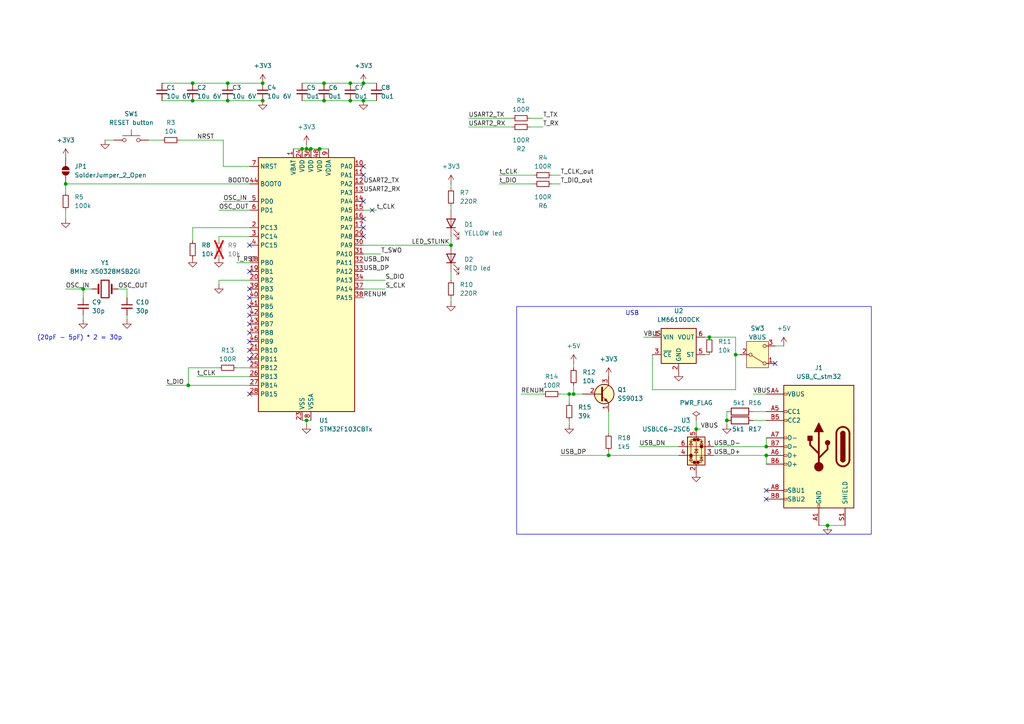
<source format=kicad_sch>
(kicad_sch (version 20231120) (generator "eeschema") (generator_version "8.0")
  (paper "A4")
  (lib_symbols
    (symbol "Connector:USB_C_Receptacle_USB2.0_16P" (pin_names (offset 1.016))
      (property "Reference" "J" (at 0 22.225 0))
      (property "Value" "USB_C_Receptacle_USB2.0_16P" (at 0 19.685 0))
      (symbol "USB_C_Receptacle_USB2.0_16P_0_0"
        (rectangle (start -0.254 -17.78) (end 0.254 -16.764))
        (rectangle (start 10.16 -14.986) (end 9.144 -15.494))
        (rectangle (start 10.16 -12.446) (end 9.144 -12.954))
        (rectangle (start 10.16 -4.826) (end 9.144 -5.334))
        (rectangle (start 10.16 -2.286) (end 9.144 -2.794))
        (rectangle (start 10.16 0.254) (end 9.144 -0.254))
        (rectangle (start 10.16 2.794) (end 9.144 2.286))
        (rectangle (start 10.16 7.874) (end 9.144 7.366))
        (rectangle (start 10.16 10.414) (end 9.144 9.906))
        (rectangle (start 10.16 15.494) (end 9.144 14.986))
      )
      (symbol "USB_C_Receptacle_USB2.0_16P_0_1"
        (rectangle (start -10.16 17.78) (end 10.16 -17.78) (stroke (width 0.254)) (fill (type background)))
        (arc (start -8.89 -3.81) (mid -6.985 -5.7067) (end -5.08 -3.81) (stroke (width 0.508)))
        (arc (start -7.62 -3.81) (mid -6.985 -4.4423) (end -6.35 -3.81) (stroke (width 0.254)))
        (arc (start -7.62 -3.81) (mid -6.985 -4.4423) (end -6.35 -3.81) (stroke (width 0.254)) (fill (type outline)))
        (rectangle (start -7.62 -3.81) (end -6.35 3.81) (stroke (width 0.254)) (fill (type outline)))
        (arc (start -6.35 3.81) (mid -6.985 4.4423) (end -7.62 3.81) (stroke (width 0.254)))
        (arc (start -6.35 3.81) (mid -6.985 4.4423) (end -7.62 3.81) (stroke (width 0.254)) (fill (type outline)))
        (arc (start -5.08 3.81) (mid -6.985 5.7067) (end -8.89 3.81) (stroke (width 0.508)))
        (circle (center -2.54 1.143) (radius 0.635) (stroke (width 0.254)) (fill (type outline)))
        (circle (center 0 -5.842) (radius 1.27) (fill (type outline)))
        (polyline (pts (xy -8.89 -3.81) (xy -8.89 3.81)) (stroke (width 0.508)))
        (polyline (pts (xy -5.08 3.81) (xy -5.08 -3.81)) (stroke (width 0.508)))
        (polyline (pts (xy 0 -5.842) (xy 0 4.318)) (stroke (width 0.508)))
        (polyline (pts (xy 0 -3.302) (xy -2.54 -0.762) (xy -2.54 0.508)) (stroke (width 0.508)))
        (polyline (pts (xy 0 -2.032) (xy 2.54 0.508) (xy 2.54 1.778)) (stroke (width 0.508)))
        (polyline (pts (xy -1.27 4.318) (xy 0 6.858) (xy 1.27 4.318) (xy -1.27 4.318)) (stroke (width 0.254)) (fill (type outline)))
        (rectangle (start 1.905 1.778) (end 3.175 3.048) (stroke (width 0.254)) (fill (type outline)))
      )
      (symbol "USB_C_Receptacle_USB2.0_16P_1_1"
        (pin passive line (at 0 -22.86 90) (length 5.08) (name "GND") (number "A1"))
        (pin passive line (at 0 -22.86 90) (length 5.08) hide (name "GND") (number "A12"))
        (pin passive line (at 15.24 15.24 180) (length 5.08) (name "VBUS") (number "A4"))
        (pin bidirectional line (at 15.24 10.16 180) (length 5.08) (name "CC1") (number "A5"))
        (pin bidirectional line (at 15.24 -2.54 180) (length 5.08) (name "D+") (number "A6"))
        (pin bidirectional line (at 15.24 2.54 180) (length 5.08) (name "D-") (number "A7"))
        (pin bidirectional line (at 15.24 -12.7 180) (length 5.08) (name "SBU1") (number "A8"))
        (pin passive line (at 15.24 15.24 180) (length 5.08) hide (name "VBUS") (number "A9"))
        (pin passive line (at 0 -22.86 90) (length 5.08) hide (name "GND") (number "B1"))
        (pin passive line (at 0 -22.86 90) (length 5.08) hide (name "GND") (number "B12"))
        (pin passive line (at 15.24 15.24 180) (length 5.08) hide (name "VBUS") (number "B4"))
        (pin bidirectional line (at 15.24 7.62 180) (length 5.08) (name "CC2") (number "B5"))
        (pin bidirectional line (at 15.24 -5.08 180) (length 5.08) (name "D+") (number "B6"))
        (pin bidirectional line (at 15.24 0 180) (length 5.08) (name "D-") (number "B7"))
        (pin bidirectional line (at 15.24 -15.24 180) (length 5.08) (name "SBU2") (number "B8"))
        (pin passive line (at 15.24 15.24 180) (length 5.08) hide (name "VBUS") (number "B9"))
        (pin passive line (at -7.62 -22.86 90) (length 5.08) (name "SHIELD") (number "S1"))
      )
    )
    (symbol "Device:C_Small" (pin_numbers hide) (pin_names (offset 0.254) hide)
      (property "Reference" "C" (at 0.254 1.778 0))
      (property "Value" "C_Small" (at 0.254 -2.032 0))
      (symbol "C_Small_0_1"
        (polyline (pts (xy -1.524 -0.508) (xy 1.524 -0.508)) (stroke (width 0.3302)))
        (polyline (pts (xy -1.524 0.508) (xy 1.524 0.508)) (stroke (width 0.3048)))
      )
      (symbol "C_Small_1_1"
        (pin passive line (at 0 2.54 270) (length 2.032) (name "~") (number "1"))
        (pin passive line (at 0 -2.54 90) (length 2.032) (name "~") (number "2"))
      )
    )
    (symbol "Device:Crystal" (pin_numbers hide) (pin_names (offset 1.016) hide)
      (property "Reference" "Y" (at 0 3.81 0))
      (property "Value" "Crystal" (at 0 -3.81 0))
      (symbol "Crystal_0_1"
        (rectangle (start -1.143 2.54) (end 1.143 -2.54) (stroke (width 0.3048)))
        (polyline (pts (xy -2.54 0) (xy -1.905 0)))
        (polyline (pts (xy -1.905 -1.27) (xy -1.905 1.27)) (stroke (width 0.508)))
        (polyline (pts (xy 1.905 -1.27) (xy 1.905 1.27)) (stroke (width 0.508)))
        (polyline (pts (xy 2.54 0) (xy 1.905 0)))
      )
      (symbol "Crystal_1_1"
        (pin passive line (at -3.81 0 0) (length 1.27) (name "1") (number "1"))
        (pin passive line (at 3.81 0 180) (length 1.27) (name "2") (number "2"))
      )
    )
    (symbol "Device:LED" (pin_numbers hide) (pin_names (offset 1.016) hide)
      (property "Reference" "D" (at 0 2.54 0))
      (property "Value" "LED" (at 0 -2.54 0))
      (symbol "LED_0_1"
        (polyline (pts (xy -1.27 -1.27) (xy -1.27 1.27)) (stroke (width 0.254)))
        (polyline (pts (xy -1.27 0) (xy 1.27 0)))
        (polyline (pts (xy 1.27 -1.27) (xy 1.27 1.27) (xy -1.27 0) (xy 1.27 -1.27)) (stroke (width 0.254)))
        (polyline (pts (xy -3.048 -0.762) (xy -4.572 -2.286) (xy -3.81 -2.286) (xy -4.572 -2.286) (xy -4.572 -1.524)))
        (polyline (pts (xy -1.778 -0.762) (xy -3.302 -2.286) (xy -2.54 -2.286) (xy -3.302 -2.286) (xy -3.302 -1.524)))
      )
      (symbol "LED_1_1"
        (pin passive line (at -3.81 0 0) (length 2.54) (name "K") (number "1"))
        (pin passive line (at 3.81 0 180) (length 2.54) (name "A") (number "2"))
      )
    )
    (symbol "Device:R" (pin_numbers hide) (pin_names (offset 0))
      (property "Reference" "R" (at 2.032 0 90))
      (property "Value" "R" (at 0 0 90))
      (symbol "R_0_1"
        (rectangle (start -1.016 -2.54) (end 1.016 2.54) (stroke (width 0.254)))
      )
      (symbol "R_1_1"
        (pin passive line (at 0 3.81 270) (length 1.27) (name "~") (number "1"))
        (pin passive line (at 0 -3.81 90) (length 1.27) (name "~") (number "2"))
      )
    )
    (symbol "Device:R_Small" (pin_numbers hide) (pin_names (offset 0.254) hide)
      (property "Reference" "R" (at 0.762 0.508 0))
      (property "Value" "R_Small" (at 0.762 -1.016 0))
      (symbol "R_Small_0_1"
        (rectangle (start -0.762 1.778) (end 0.762 -1.778) (stroke (width 0.2032)))
      )
      (symbol "R_Small_1_1"
        (pin passive line (at 0 2.54 270) (length 0.762) (name "~") (number "1"))
        (pin passive line (at 0 -2.54 90) (length 0.762) (name "~") (number "2"))
      )
    )
    (symbol "Jumper:SolderJumper_2_Open" (pin_numbers hide) (pin_names (offset 0) hide) (exclude_from_sim yes) (in_bom no)
      (property "Reference" "JP" (at 0 2.032 0))
      (property "Value" "SolderJumper_2_Open" (at 0 -2.54 0))
      (symbol "SolderJumper_2_Open_0_1"
        (arc (start -0.254 1.016) (mid -1.2656 0) (end -0.254 -1.016))
        (arc (start -0.254 1.016) (mid -1.2656 0) (end -0.254 -1.016) (fill (type outline)))
        (polyline (pts (xy -0.254 1.016) (xy -0.254 -1.016)))
        (polyline (pts (xy 0.254 1.016) (xy 0.254 -1.016)))
        (arc (start 0.254 -1.016) (mid 1.2656 0) (end 0.254 1.016))
        (arc (start 0.254 -1.016) (mid 1.2656 0) (end 0.254 1.016) (fill (type outline)))
      )
      (symbol "SolderJumper_2_Open_1_1"
        (pin passive line (at -3.81 0 0) (length 2.54) (name "A") (number "1"))
        (pin passive line (at 3.81 0 180) (length 2.54) (name "B") (number "2"))
      )
    )
    (symbol "MCU_ST_STM32F1:STM32F103CBTx"
      (property "Reference" "U" (at -12.7 39.37 0))
      (property "Value" "STM32F103CBTx" (at 10.16 39.37 0))
      (symbol "STM32F103CBTx_0_1"
        (rectangle (start -12.7 -35.56) (end 15.24 38.1) (stroke (width 0.254)) (fill (type background)))
      )
      (symbol "STM32F103CBTx_1_1"
        (pin power_in line (at -2.54 40.64 270) (length 2.54) (name "VBAT") (number "1"))
        (pin bidirectional line (at 17.78 35.56 180) (length 2.54) (name "PA0") (number "10"))
        (pin bidirectional line (at 17.78 33.02 180) (length 2.54) (name "PA1") (number "11"))
        (pin bidirectional line (at 17.78 30.48 180) (length 2.54) (name "PA2") (number "12"))
        (pin bidirectional line (at 17.78 27.94 180) (length 2.54) (name "PA3") (number "13"))
        (pin bidirectional line (at 17.78 25.4 180) (length 2.54) (name "PA4") (number "14"))
        (pin bidirectional line (at 17.78 22.86 180) (length 2.54) (name "PA5") (number "15"))
        (pin bidirectional line (at 17.78 20.32 180) (length 2.54) (name "PA6") (number "16"))
        (pin bidirectional line (at 17.78 17.78 180) (length 2.54) (name "PA7") (number "17"))
        (pin bidirectional line (at -15.24 7.62 0) (length 2.54) (name "PB0") (number "18"))
        (pin bidirectional line (at -15.24 5.08 0) (length 2.54) (name "PB1") (number "19"))
        (pin bidirectional line (at -15.24 17.78 0) (length 2.54) (name "PC13") (number "2"))
        (pin bidirectional line (at -15.24 2.54 0) (length 2.54) (name "PB2") (number "20"))
        (pin bidirectional line (at -15.24 -17.78 0) (length 2.54) (name "PB10") (number "21"))
        (pin bidirectional line (at -15.24 -20.32 0) (length 2.54) (name "PB11") (number "22"))
        (pin power_in line (at 0 -38.1 90) (length 2.54) (name "VSS") (number "23"))
        (pin power_in line (at 0 40.64 270) (length 2.54) (name "VDD") (number "24"))
        (pin bidirectional line (at -15.24 -22.86 0) (length 2.54) (name "PB12") (number "25"))
        (pin bidirectional line (at -15.24 -25.4 0) (length 2.54) (name "PB13") (number "26"))
        (pin bidirectional line (at -15.24 -27.94 0) (length 2.54) (name "PB14") (number "27"))
        (pin bidirectional line (at -15.24 -30.48 0) (length 2.54) (name "PB15") (number "28"))
        (pin bidirectional line (at 17.78 15.24 180) (length 2.54) (name "PA8") (number "29"))
        (pin bidirectional line (at -15.24 15.24 0) (length 2.54) (name "PC14") (number "3"))
        (pin bidirectional line (at 17.78 12.7 180) (length 2.54) (name "PA9") (number "30"))
        (pin bidirectional line (at 17.78 10.16 180) (length 2.54) (name "PA10") (number "31"))
        (pin bidirectional line (at 17.78 7.62 180) (length 2.54) (name "PA11") (number "32"))
        (pin bidirectional line (at 17.78 5.08 180) (length 2.54) (name "PA12") (number "33"))
        (pin bidirectional line (at 17.78 2.54 180) (length 2.54) (name "PA13") (number "34"))
        (pin passive line (at 0 -38.1 90) (length 2.54) hide (name "VSS") (number "35"))
        (pin power_in line (at 2.54 40.64 270) (length 2.54) (name "VDD") (number "36"))
        (pin bidirectional line (at 17.78 0 180) (length 2.54) (name "PA14") (number "37"))
        (pin bidirectional line (at 17.78 -2.54 180) (length 2.54) (name "PA15") (number "38"))
        (pin bidirectional line (at -15.24 0 0) (length 2.54) (name "PB3") (number "39"))
        (pin bidirectional line (at -15.24 12.7 0) (length 2.54) (name "PC15") (number "4"))
        (pin bidirectional line (at -15.24 -2.54 0) (length 2.54) (name "PB4") (number "40"))
        (pin bidirectional line (at -15.24 -5.08 0) (length 2.54) (name "PB5") (number "41"))
        (pin bidirectional line (at -15.24 -7.62 0) (length 2.54) (name "PB6") (number "42"))
        (pin bidirectional line (at -15.24 -10.16 0) (length 2.54) (name "PB7") (number "43"))
        (pin input line (at -15.24 30.48 0) (length 2.54) (name "BOOT0") (number "44"))
        (pin bidirectional line (at -15.24 -12.7 0) (length 2.54) (name "PB8") (number "45"))
        (pin bidirectional line (at -15.24 -15.24 0) (length 2.54) (name "PB9") (number "46"))
        (pin passive line (at 0 -38.1 90) (length 2.54) hide (name "VSS") (number "47"))
        (pin power_in line (at 5.08 40.64 270) (length 2.54) (name "VDD") (number "48"))
        (pin bidirectional line (at -15.24 25.4 0) (length 2.54) (name "PD0") (number "5"))
        (pin bidirectional line (at -15.24 22.86 0) (length 2.54) (name "PD1") (number "6"))
        (pin input line (at -15.24 35.56 0) (length 2.54) (name "NRST") (number "7"))
        (pin power_in line (at 2.54 -38.1 90) (length 2.54) (name "VSSA") (number "8"))
        (pin power_in line (at 7.62 40.64 270) (length 2.54) (name "VDDA") (number "9"))
      )
    )
    (symbol "PCM_Transistor_BJT_AKL:SS9013" (pin_names hide)
      (property "Reference" "Q" (at 5.08 1.27 0))
      (property "Value" "SS9013" (at 5.08 -1.27 0))
      (symbol "SS9013_0_1"
        (polyline (pts (xy 0.635 0.635) (xy 2.54 2.54)))
        (polyline (pts (xy 0.635 -0.635) (xy 2.54 -2.54) (xy 2.54 -2.54)))
        (polyline (pts (xy 0.635 1.905) (xy 0.635 -1.905) (xy 0.635 -1.905)) (stroke (width 0.508)))
        (polyline (pts (xy 1.27 -1.778) (xy 1.778 -1.27) (xy 2.286 -2.286) (xy 1.27 -1.778) (xy 1.27 -1.778)) (fill (type outline)))
        (circle (center 1.27 0) (radius 2.8194) (stroke (width 0.254)) (fill (type background)))
      )
      (symbol "SS9013_1_1"
        (pin passive line (at 2.54 -5.08 90) (length 2.54) (name "E") (number "1"))
        (pin passive line (at -5.08 0 0) (length 5.715) (name "B") (number "2"))
        (pin passive line (at 2.54 5.08 270) (length 2.54) (name "C") (number "3"))
      )
    )
    (symbol "Power_Management:LM66100DCK"
      (property "Reference" "U" (at -5.08 6.096 0))
      (property "Value" "LM66100DCK" (at 0.254 -6.35 0))
      (symbol "LM66100DCK_0_1"
        (rectangle (start -5.08 5.08) (end 5.08 -5.08) (stroke (width 0.254)) (fill (type background)))
      )
      (symbol "LM66100DCK_1_1"
        (pin power_in line (at -7.62 2.54 0) (length 2.54) (name "VIN") (number "1"))
        (pin power_in line (at 0 -7.62 90) (length 2.54) (name "GND") (number "2"))
        (pin input line (at -7.62 -2.54 0) (length 2.54) (name "~{CE}") (number "3"))
        (pin no_connect line (at 0 5.08 270) (length 2.54) hide (name "NC") (number "4"))
        (pin open_collector line (at 7.62 -2.54 180) (length 2.54) (name "ST") (number "5"))
        (pin power_out line (at 7.62 2.54 180) (length 2.54) (name "VOUT") (number "6"))
      )
    )
    (symbol "Power_Protection:USBLC6-2SC6" (pin_names hide)
      (property "Reference" "U" (at 0.635 5.715 0))
      (property "Value" "USBLC6-2SC6" (at 0.635 3.81 0))
      (symbol "USBLC6-2SC6_0_0"
        (circle (center -1.524 0) (radius 0.0001) (stroke (width 0.508)))
        (circle (center -0.508 -4.572) (radius 0.0001) (stroke (width 0.508)))
        (circle (center -0.508 2.032) (radius 0.0001) (stroke (width 0.508)))
        (circle (center 0.508 -4.572) (radius 0.0001) (stroke (width 0.508)))
        (circle (center 0.508 2.032) (radius 0.0001) (stroke (width 0.508)))
        (circle (center 1.524 -2.54) (radius 0.0001) (stroke (width 0.508)))
      )
      (symbol "USBLC6-2SC6_0_1"
        (polyline (pts (xy -2.54 -2.54) (xy 2.54 -2.54)))
        (polyline (pts (xy -2.54 0) (xy 2.54 0)))
        (polyline (pts (xy -2.032 -3.048) (xy -1.016 -3.048)))
        (polyline (pts (xy -1.016 1.524) (xy -2.032 1.524)))
        (polyline (pts (xy 1.016 -3.048) (xy 2.032 -3.048)))
        (polyline (pts (xy 1.016 1.524) (xy 2.032 1.524)))
        (polyline (pts (xy -0.508 -1.143) (xy -0.508 -0.762) (xy 0.508 -0.762)))
        (polyline (pts (xy -2.032 0.508) (xy -1.016 0.508) (xy -1.524 1.524) (xy -2.032 0.508)))
        (polyline (pts (xy -1.016 -4.064) (xy -2.032 -4.064) (xy -1.524 -3.048) (xy -1.016 -4.064)))
        (polyline (pts (xy 0.508 -1.778) (xy -0.508 -1.778) (xy 0 -0.762) (xy 0.508 -1.778)))
        (polyline (pts (xy 2.032 -4.064) (xy 1.016 -4.064) (xy 1.524 -3.048) (xy 2.032 -4.064)))
        (polyline (pts (xy 2.032 0.508) (xy 1.016 0.508) (xy 1.524 1.524) (xy 2.032 0.508)))
        (polyline (pts (xy 0 2.54) (xy -0.508 2.032) (xy 0.508 2.032) (xy 0 1.524) (xy 0 -4.064) (xy -0.508 -4.572) (xy 0.508 -4.572) (xy 0 -5.08)))
      )
      (symbol "USBLC6-2SC6_1_1"
        (rectangle (start -2.54 2.794) (end 2.54 -5.334) (stroke (width 0.254)) (fill (type background)))
        (polyline (pts (xy -0.508 2.032) (xy -1.524 2.032) (xy -1.524 -4.572) (xy -0.508 -4.572)))
        (polyline (pts (xy 0.508 -4.572) (xy 1.524 -4.572) (xy 1.524 2.032) (xy 0.508 2.032)))
        (pin passive line (at -5.08 0 0) (length 2.54) (name "I/O1") (number "1"))
        (pin passive line (at 0 -7.62 90) (length 2.54) (name "GND") (number "2"))
        (pin passive line (at -5.08 -2.54 0) (length 2.54) (name "I/O2") (number "3"))
        (pin passive line (at 5.08 -2.54 180) (length 2.54) (name "I/O2") (number "4"))
        (pin passive line (at 0 5.08 270) (length 2.54) (name "VBUS") (number "5"))
        (pin passive line (at 5.08 0 180) (length 2.54) (name "I/O1") (number "6"))
      )
    )
    (symbol "Switch:SW_Push" (pin_numbers hide) (pin_names (offset 1.016) hide)
      (property "Reference" "SW" (at 1.27 2.54 0))
      (property "Value" "SW_Push" (at 0 -1.524 0))
      (symbol "SW_Push_0_1"
        (circle (center -2.032 0) (radius 0.508))
        (polyline (pts (xy 0 1.27) (xy 0 3.048)))
        (polyline (pts (xy 2.54 1.27) (xy -2.54 1.27)))
        (circle (center 2.032 0) (radius 0.508))
        (pin passive line (at -5.08 0 0) (length 2.54) (name "1") (number "1"))
        (pin passive line (at 5.08 0 180) (length 2.54) (name "2") (number "2"))
      )
    )
    (symbol "Switch:SW_SPDT" (pin_names (offset 0) hide)
      (property "Reference" "SW" (at 0 5.08 0))
      (property "Value" "SW_SPDT" (at 0 -5.08 0))
      (symbol "SW_SPDT_0_1"
        (circle (center -2.032 0) (radius 0.4572))
        (polyline (pts (xy -1.651 0.254) (xy 1.651 2.286)))
        (circle (center 2.032 -2.54) (radius 0.4572))
        (circle (center 2.032 2.54) (radius 0.4572))
      )
      (symbol "SW_SPDT_1_1"
        (rectangle (start -3.175 3.81) (end 3.175 -3.81) (fill (type background)))
        (pin passive line (at 5.08 2.54 180) (length 2.54) (name "A") (number "1"))
        (pin passive line (at -5.08 0 0) (length 2.54) (name "B") (number "2"))
        (pin passive line (at 5.08 -2.54 180) (length 2.54) (name "C") (number "3"))
      )
    )
    (symbol "power:+3V3" (power) (pin_numbers hide) (pin_names (offset 0) hide)
      (property "Value" "+3V3" (at 0 3.556 0))
      (symbol "+3V3_0_1"
        (polyline (pts (xy -0.762 1.27) (xy 0 2.54)))
        (polyline (pts (xy 0 0) (xy 0 2.54)))
        (polyline (pts (xy 0 2.54) (xy 0.762 1.27)))
      )
      (symbol "+3V3_1_1"
        (pin power_in line (at 0 0 90) (length 0) (name "~") (number "1"))
      )
    )
    (symbol "power:+5V" (power) (pin_numbers hide) (pin_names (offset 0) hide)
      (property "Value" "+5V" (at 0 3.556 0))
      (symbol "+5V_0_1"
        (polyline (pts (xy -0.762 1.27) (xy 0 2.54)))
        (polyline (pts (xy 0 0) (xy 0 2.54)))
        (polyline (pts (xy 0 2.54) (xy 0.762 1.27)))
      )
      (symbol "+5V_1_1"
        (pin power_in line (at 0 0 90) (length 0) (name "~") (number "1"))
      )
    )
    (symbol "power:GND" (power) (pin_numbers hide) (pin_names (offset 0) hide)
      (property "Value" "GND" (at 0 -3.81 0))
      (symbol "GND_0_1"
        (polyline (pts (xy 0 0) (xy 0 -1.27) (xy 1.27 -1.27) (xy 0 -2.54) (xy -1.27 -1.27) (xy 0 -1.27)))
      )
      (symbol "GND_1_1"
        (pin power_in line (at 0 0 270) (length 0) (name "~") (number "1"))
      )
    )
    (symbol "power:PWR_FLAG" (power) (pin_numbers hide) (pin_names (offset 0) hide)
      (property "Value" "PWR_FLAG" (at 0 3.81 0))
      (symbol "PWR_FLAG_0_0"
        (pin power_out line (at 0 0 90) (length 0) (name "~") (number "1"))
      )
      (symbol "PWR_FLAG_0_1"
        (polyline (pts (xy 0 0) (xy 0 1.27) (xy -1.016 1.905) (xy 0 2.54) (xy 1.016 1.905) (xy 0 1.27)))
      )
    )
  )
  (junction (at 93.98 24.13))
  (junction (at 240.03 152.4))
  (junction (at 87.63 43.18))
  (junction (at 222.25 129.54))
  (junction (at 105.41 24.13))
  (junction (at 93.98 29.21))
  (junction (at 19.05 53.34))
  (junction (at 165.1 114.3))
  (junction (at 166.37 114.3))
  (junction (at 24.13 83.82))
  (junction (at 92.71 43.18))
  (junction (at 88.9 121.92))
  (junction (at 88.9 43.18))
  (junction (at 66.04 29.21))
  (junction (at 76.2 24.13))
  (junction (at 54.61 111.76))
  (junction (at 55.88 29.21))
  (junction (at 201.93 124.46))
  (junction (at 66.04 24.13))
  (junction (at 130.81 71.12))
  (junction (at 176.53 132.08))
  (junction (at 55.88 24.13))
  (junction (at 105.41 29.21))
  (junction (at 101.6 24.13))
  (junction (at 76.2 29.21))
  (junction (at 101.6 29.21))
  (junction (at 213.36 102.87))
  (junction (at 90.17 43.18))
  (junction (at 210.82 121.92))
  (junction (at 222.25 132.08))
  (junction (at 205.74 97.79))
  (no_connect (at 72.39 104.14))
  (no_connect (at 72.39 86.36))
  (no_connect (at 72.39 93.98))
  (no_connect (at 72.39 71.12))
  (no_connect (at 72.39 78.74))
  (no_connect (at 105.41 48.26))
  (no_connect (at 72.39 114.3))
  (no_connect (at 105.41 58.42))
  (no_connect (at 224.79 105.41))
  (no_connect (at 222.25 144.78))
  (no_connect (at 72.39 99.06))
  (no_connect (at 105.41 63.5))
  (no_connect (at 72.39 91.44))
  (no_connect (at 72.39 83.82))
  (no_connect (at 105.41 50.8))
  (no_connect (at 72.39 96.52))
  (no_connect (at 222.25 142.24))
  (no_connect (at 107.95 60.96))
  (no_connect (at 105.41 66.04))
  (no_connect (at 105.41 68.58))
  (no_connect (at 72.39 88.9))
  (no_connect (at 72.39 101.6))
  (wire (pts (xy 130.81 81.28) (xy 130.81 78.74)))
  (wire (pts (xy 130.81 87.63) (xy 130.81 86.36)))
  (wire (pts (xy 88.9 41.91) (xy 88.9 43.18)))
  (wire (pts (xy 88.9 43.18) (xy 87.63 43.18)))
  (wire (pts (xy 130.81 71.12) (xy 130.81 68.58)))
  (wire (pts (xy 162.56 132.08) (xy 176.53 132.08)))
  (wire (pts (xy 92.71 43.18) (xy 95.25 43.18)))
  (wire (pts (xy 109.22 60.96) (xy 105.41 60.96)))
  (wire (pts (xy 46.99 29.21) (xy 55.88 29.21)))
  (wire (pts (xy 88.9 121.92) (xy 87.63 121.92)))
  (wire (pts (xy 48.26 111.76) (xy 54.61 111.76)))
  (wire (pts (xy 63.5 106.68) (xy 54.61 106.68)))
  (wire (pts (xy 213.36 102.87) (xy 213.36 97.79)))
  (wire (pts (xy 166.37 111.76) (xy 166.37 114.3)))
  (wire (pts (xy 90.17 43.18) (xy 92.71 43.18)))
  (wire (pts (xy 19.05 55.88) (xy 19.05 53.34)))
  (wire (pts (xy 55.88 29.21) (xy 66.04 29.21)))
  (wire (pts (xy 64.77 48.26) (xy 72.39 48.26)))
  (wire (pts (xy 54.61 106.68) (xy 54.61 111.76)))
  (wire (pts (xy 189.23 102.87) (xy 189.23 113.03)))
  (wire (pts (xy 24.13 83.82) (xy 26.67 83.82)))
  (wire (pts (xy 88.9 43.18) (xy 90.17 43.18)))
  (wire (pts (xy 68.58 76.2) (xy 72.39 76.2)))
  (wire (pts (xy 105.41 71.12) (xy 130.81 71.12)))
  (wire (pts (xy 166.37 105.41) (xy 166.37 106.68)))
  (wire (pts (xy 66.04 24.13) (xy 76.2 24.13)))
  (wire (pts (xy 176.53 132.08) (xy 196.85 132.08)))
  (wire (pts (xy 55.88 69.85) (xy 55.88 66.04)))
  (wire (pts (xy 87.63 43.18) (xy 85.09 43.18)))
  (wire (pts (xy 218.44 121.92) (xy 222.25 121.92)))
  (wire (pts (xy 111.76 83.82) (xy 105.41 83.82)))
  (wire (pts (xy 222.25 127) (xy 222.25 129.54)))
  (wire (pts (xy 57.15 109.22) (xy 72.39 109.22)))
  (wire (pts (xy 24.13 91.44) (xy 24.13 92.71)))
  (wire (pts (xy 34.29 83.82) (xy 36.83 83.82)))
  (wire (pts (xy 130.81 59.69) (xy 130.81 60.96)))
  (wire (pts (xy 166.37 114.3) (xy 168.91 114.3)))
  (wire (pts (xy 101.6 24.13) (xy 105.41 24.13)))
  (wire (pts (xy 153.67 34.29) (xy 157.48 34.29)))
  (wire (pts (xy 19.05 83.82) (xy 24.13 83.82)))
  (wire (pts (xy 240.03 152.4) (xy 245.11 152.4)))
  (wire (pts (xy 151.13 114.3) (xy 157.48 114.3)))
  (wire (pts (xy 160.02 53.34) (xy 162.56 53.34)))
  (wire (pts (xy 87.63 24.13) (xy 93.98 24.13)))
  (wire (pts (xy 160.02 50.8) (xy 162.56 50.8)))
  (wire (pts (xy 111.76 81.28) (xy 105.41 81.28)))
  (wire (pts (xy 64.77 40.64) (xy 52.07 40.64)))
  (wire (pts (xy 105.41 24.13) (xy 109.22 24.13)))
  (wire (pts (xy 24.13 83.82) (xy 24.13 86.36)))
  (wire (pts (xy 218.44 119.38) (xy 222.25 119.38)))
  (wire (pts (xy 213.36 113.03) (xy 213.36 102.87)))
  (wire (pts (xy 218.44 114.3) (xy 222.25 114.3)))
  (wire (pts (xy 135.89 34.29) (xy 148.59 34.29)))
  (wire (pts (xy 165.1 114.3) (xy 166.37 114.3)))
  (wire (pts (xy 46.99 24.13) (xy 55.88 24.13)))
  (wire (pts (xy 214.63 102.87) (xy 213.36 102.87)))
  (wire (pts (xy 153.67 36.83) (xy 157.48 36.83)))
  (wire (pts (xy 36.83 86.36) (xy 36.83 83.82)))
  (wire (pts (xy 101.6 29.21) (xy 105.41 29.21)))
  (wire (pts (xy 46.99 40.64) (xy 43.18 40.64)))
  (wire (pts (xy 210.82 119.38) (xy 210.82 121.92)))
  (wire (pts (xy 64.77 48.26) (xy 64.77 40.64)))
  (wire (pts (xy 135.89 36.83) (xy 148.59 36.83)))
  (wire (pts (xy 55.88 24.13) (xy 66.04 24.13)))
  (wire (pts (xy 105.41 29.21) (xy 109.22 29.21)))
  (wire (pts (xy 63.5 68.58) (xy 63.5 69.85)))
  (wire (pts (xy 207.01 132.08) (xy 222.25 132.08)))
  (wire (pts (xy 63.5 60.96) (xy 72.39 60.96)))
  (wire (pts (xy 93.98 29.21) (xy 101.6 29.21)))
  (wire (pts (xy 186.69 97.79) (xy 189.23 97.79)))
  (wire (pts (xy 207.01 129.54) (xy 222.25 129.54)))
  (wire (pts (xy 63.5 81.28) (xy 63.5 82.55)))
  (wire (pts (xy 176.53 125.73) (xy 176.53 119.38)))
  (wire (pts (xy 87.63 29.21) (xy 93.98 29.21)))
  (wire (pts (xy 162.56 114.3) (xy 165.1 114.3)))
  (wire (pts (xy 88.9 121.92) (xy 90.17 121.92)))
  (wire (pts (xy 205.74 97.79) (xy 213.36 97.79)))
  (wire (pts (xy 240.03 152.4) (xy 237.49 152.4)))
  (wire (pts (xy 54.61 111.76) (xy 72.39 111.76)))
  (wire (pts (xy 165.1 123.19) (xy 165.1 121.92)))
  (wire (pts (xy 72.39 68.58) (xy 63.5 68.58)))
  (wire (pts (xy 19.05 53.34) (xy 72.39 53.34)))
  (wire (pts (xy 185.42 129.54) (xy 196.85 129.54)))
  (wire (pts (xy 19.05 63.5) (xy 19.05 60.96)))
  (wire (pts (xy 93.98 24.13) (xy 101.6 24.13)))
  (wire (pts (xy 36.83 91.44) (xy 36.83 92.71)))
  (wire (pts (xy 154.94 53.34) (xy 144.78 53.34)))
  (wire (pts (xy 55.88 66.04) (xy 72.39 66.04)))
  (wire (pts (xy 105.41 73.66) (xy 110.49 73.66)))
  (wire (pts (xy 88.9 121.92) (xy 88.9 123.19)))
  (wire (pts (xy 204.47 97.79) (xy 205.74 97.79)))
  (wire (pts (xy 189.23 113.03) (xy 213.36 113.03)))
  (wire (pts (xy 68.58 106.68) (xy 72.39 106.68)))
  (wire (pts (xy 72.39 81.28) (xy 63.5 81.28)))
  (wire (pts (xy 201.93 121.92) (xy 201.93 124.46)))
  (wire (pts (xy 204.47 102.87) (xy 205.74 102.87)))
  (wire (pts (xy 144.78 50.8) (xy 154.94 50.8)))
  (wire (pts (xy 64.77 58.42) (xy 72.39 58.42)))
  (wire (pts (xy 130.81 54.61) (xy 130.81 53.34)))
  (wire (pts (xy 176.53 130.81) (xy 176.53 132.08)))
  (wire (pts (xy 227.33 100.33) (xy 224.79 100.33)))
  (wire (pts (xy 165.1 116.84) (xy 165.1 114.3)))
  (wire (pts (xy 201.93 124.46) (xy 203.2 124.46)))
  (wire (pts (xy 66.04 29.21) (xy 76.2 29.21)))
  (wire (pts (xy 30.48 40.64) (xy 33.02 40.64)))
  (wire (pts (xy 210.82 121.92) (xy 210.82 123.19)))
  (wire (pts (xy 222.25 132.08) (xy 222.25 134.62)))
  (rectangle (start 149.86 88.9) (end 252.73 154.94))
  (text "(20pF - 5pF) * 2 = 30p" (at 23.114 98.044 0) (effects (font (size 1.27 1.27))))
  (text "USB" (at 181.356 91.694 0) (effects (font (size 1.27 1.27)) (justify left bottom)))
  (label "BOOT0" (at 66.04 53.34 0))
  (label "t_CLK" (at 57.15 109.22 0))
  (label "T_RST" (at 68.58 76.2 0))
  (label "S_DIO" (at 111.76 81.28 0))
  (label "OSC_IN" (at 64.77 58.42 0))
  (label "T_SWO" (at 110.49 73.66 0))
  (label "t_CLK" (at 144.78 50.8 0))
  (label "T_CLK_out" (at 162.56 50.8 0))
  (label "VBUS" (at 218.44 114.3 0))
  (label "USB_DP" (at 105.41 78.74 0))
  (label "t_CLK" (at 109.22 60.96 0))
  (label "USART2_TX" (at 135.89 34.29 0))
  (label "OSC_IN" (at 19.05 83.82 0))
  (label "USART2_RX" (at 105.41 55.88 0))
  (label "OSC_OUT" (at 34.29 83.82 0))
  (label "USART2_RX" (at 135.89 36.83 0))
  (label "USB_D-" (at 207.01 129.54 0))
  (label "USB_DN" (at 105.41 76.2 0))
  (label "t_DIO" (at 48.26 111.76 0))
  (label "USB_D+" (at 207.01 132.08 0))
  (label "T_DIO_out" (at 162.56 53.34 0))
  (label "VBUS" (at 186.69 97.79 0))
  (label "T_TX" (at 157.48 34.29 0))
  (label "RENUM" (at 105.41 86.36 0))
  (label "t_DIO" (at 144.78 53.34 0))
  (label "USB_DP" (at 162.56 132.08 0))
  (label "RENUM" (at 151.13 114.3 0))
  (label "NRST" (at 57.15 40.64 0))
  (label "T_RX" (at 157.48 36.83 0))
  (label "VBUS" (at 203.2 124.46 0))
  (label "OSC_OUT" (at 63.5 60.96 0))
  (label "LED_STLINK" (at 119.38 71.12 0))
  (label "S_CLK" (at 111.76 83.82 0))
  (label "USART2_TX" (at 105.41 53.34 0))
  (label "USB_DN" (at 185.42 129.54 0))
  (symbol (lib_id "Device:R_Small") (at 176.53 128.27 0) (unit 1)
    (property "Reference" "R18" (at 179.07 127 0) (effects (justify left)))
    (property "Value" "1k5" (at 179.07 129.54 0) (effects (justify left)))
    (property "Footprint" "Resistor_SMD:R_0402_1005Metric" (effects (hide yes)))
    (property "Description" "Resistor, small symbol" (effects (hide yes)))
  )
  (symbol (lib_id "power:GND") (at 196.85 107.95 0) (unit 1)
    (property "Reference" "#PWR019" (effects (hide yes)))
    (property "Value" "GND" (effects (hide yes)))
    (property "Description" "Power symbol creates a global label with name \"GND\" , ground" (effects (hide yes)))
  )
  (symbol (lib_id "Jumper:SolderJumper_2_Open") (at 19.05 49.53 90) (unit 1) (exclude_from_sim yes) (in_bom no)
    (property "Reference" "JP1" (at 21.59 48.26 90) (effects (justify right)))
    (property "Value" "SolderJumper_2_Open" (at 21.59 50.8 90) (effects (justify right)))
    (property "Description" "Solder Jumper, 2-pole, open" (effects (hide yes)))
  )
  (symbol (lib_id "Power_Protection:USBLC6-2SC6") (at 201.93 129.54 0) (mirror y) (unit 1)
    (property "Reference" "U3" (at 200.2789 121.92 0) (effects (justify left)))
    (property "Value" "USBLC6-2SC6" (at 200.2789 124.46 0) (effects (justify left)))
    (property "Footprint" "Package_TO_SOT_SMD:SOT-23-6" (effects (hide yes)))
    (property "Datasheet" "https://www.st.com/resource/en/datasheet/usblc6-2.pdf" (effects (hide yes)))
    (property "Description" "Very low capacitance ESD protection diode, 2 data-line, SOT-23-6" (effects (hide yes)))
  )
  (symbol (lib_id "power:+3V3") (at 176.53 109.22 0) (unit 1)
    (property "Reference" "#PWR020" (effects (hide yes)))
    (property "Value" "+3V3" (at 176.53 104.14 0))
    (property "Description" "Power symbol creates a global label with name \"+3V3\"" (effects (hide yes)))
  )
  (symbol (lib_id "Device:R_Small") (at 160.02 114.3 90) (unit 1)
    (property "Reference" "R14" (at 160.02 109.22 90))
    (property "Value" "100R" (at 160.02 111.76 90))
    (property "Footprint" "Resistor_SMD:R_0402_1005Metric" (effects (hide yes)))
    (property "Description" "Resistor, small symbol" (effects (hide yes)))
  )
  (symbol (lib_id "Device:R_Small") (at 157.48 50.8 90) (unit 1)
    (property "Reference" "R4" (at 157.48 45.72 90))
    (property "Value" "100R" (at 157.48 48.26 90))
    (property "Footprint" "Resistor_SMD:R_0402_1005Metric" (effects (hide yes)))
    (property "Description" "Resistor, small symbol" (effects (hide yes)))
  )
  (symbol (lib_id "power:GND") (at 63.5 74.93 0) (unit 1)
    (property "Reference" "#PWR012" (effects (hide yes)))
    (property "Value" "GND" (effects (hide yes)))
    (property "Description" "Power symbol creates a global label with name \"GND\" , ground" (effects (hide yes)))
  )
  (symbol (lib_id "power:PWR_FLAG") (at 201.93 121.92 0) (unit 1)
    (property "Reference" "#FLG01" (effects (hide yes)))
    (property "Value" "PWR_FLAG" (at 201.93 116.84 0))
    (property "Description" "Special symbol for telling ERC where power comes from" (effects (hide yes)))
  )
  (symbol (lib_id "Device:LED") (at 130.81 74.93 90) (unit 1)
    (property "Reference" "D2" (at 134.62 75.2474 90) (effects (justify right)))
    (property "Value" "RED led" (at 134.62 77.7874 90) (effects (justify right)))
    (property "Footprint" "LED_SMD:LED_0603_1608Metric" (effects (hide yes)))
    (property "Description" "Light emitting diode" (effects (hide yes)))
  )
  (symbol (lib_id "Device:R_Small") (at 19.05 58.42 0) (unit 1)
    (property "Reference" "R5" (at 21.59 57.15 0) (effects (justify left)))
    (property "Value" "100k" (at 21.59 59.69 0) (effects (justify left)))
    (property "Footprint" "Resistor_SMD:R_0402_1005Metric" (effects (hide yes)))
    (property "Description" "Resistor, small symbol" (effects (hide yes)))
  )
  (symbol (lib_id "Device:C_Small") (at 76.2 26.67 0) (unit 1)
    (property "Reference" "C4" (at 77.47 25.4 0) (effects (justify left)))
    (property "Value" "10u 6V" (at 77.47 27.94 0) (effects (justify left)))
    (property "Footprint" "Capacitor_SMD:C_0402_1005Metric" (effects (hide yes)))
    (property "Description" "Unpolarized capacitor, small symbol" (effects (hide yes)))
  )
  (symbol (lib_id "Power_Management:LM66100DCK") (at 196.85 100.33 0) (unit 1)
    (property "Reference" "U2" (at 196.85 90.17 0))
    (property "Value" "LM66100DCK" (at 196.85 92.71 0))
    (property "Footprint" "Package_TO_SOT_SMD:SOT-363_SC-70-6" (effects (hide yes)))
    (property "Datasheet" "https://www.ti.com/lit/ds/symlink/lm66100.pdf" (effects (hide yes)))
    (property "Description" "Ideal Diode With Input Polarity Protection 1.5 - 5.5V  Input Voltage, 1.5A Output Current, Ron 141 mOhm, SC-70-6" (effects (hide yes)))
  )
  (symbol (lib_id "Device:R_Small") (at 157.48 53.34 90) (mirror x) (unit 1)
    (property "Reference" "R6" (at 157.48 59.69 90))
    (property "Value" "100R" (at 157.48 57.15 90))
    (property "Footprint" "Resistor_SMD:R_0402_1005Metric" (effects (hide yes)))
    (property "Description" "Resistor, small symbol" (effects (hide yes)))
  )
  (symbol (lib_id "power:+3V3") (at 105.41 24.13 0) (unit 1)
    (property "Reference" "#PWR02" (effects (hide yes)))
    (property "Value" "+3V3" (at 105.41 19.05 0))
    (property "Description" "Power symbol creates a global label with name \"+3V3\"" (effects (hide yes)))
  )
  (symbol (lib_id "Device:R") (at 214.63 121.92 90) (mirror x) (unit 1)
    (property "Reference" "R17" (at 218.948 124.46 90))
    (property "Value" "5k1" (at 214.122 124.46 90))
    (property "Footprint" "Resistor_SMD:R_0402_1005Metric" (effects (hide yes)))
    (property "Description" "Resistor" (effects (hide yes)))
  )
  (symbol (lib_id "power:+3V3") (at 76.2 24.13 0) (unit 1)
    (property "Reference" "#PWR01" (effects (hide yes)))
    (property "Value" "+3V3" (at 76.2 19.05 0))
    (property "Description" "Power symbol creates a global label with name \"+3V3\"" (effects (hide yes)))
  )
  (symbol (lib_id "Device:C_Small") (at 36.83 88.9 0) (unit 1)
    (property "Reference" "C10" (at 39.37 87.6362 0) (effects (justify left)))
    (property "Value" "30p" (at 39.37 90.1762 0) (effects (justify left)))
    (property "Footprint" "Capacitor_SMD:C_0402_1005Metric" (effects (hide yes)))
    (property "Description" "Unpolarized capacitor, small symbol" (effects (hide yes)))
  )
  (symbol (lib_id "Device:C_Small") (at 109.22 26.67 0) (unit 1)
    (property "Reference" "C8" (at 110.49 25.4 0) (effects (justify left)))
    (property "Value" "0u1" (at 110.49 27.94 0) (effects (justify left)))
    (property "Footprint" "Capacitor_SMD:C_0402_1005Metric" (effects (hide yes)))
    (property "Description" "Unpolarized capacitor, small symbol" (effects (hide yes)))
  )
  (symbol (lib_id "Device:R_Small") (at 63.5 72.39 0) (unit 1) (dnp yes)
    (property "Reference" "R9" (at 66.04 71.12 0) (effects (justify left)))
    (property "Value" "10k" (at 66.04 73.66 0) (effects (justify left)))
    (property "Footprint" "Resistor_SMD:R_0402_1005Metric" (effects (hide yes)))
    (property "Description" "Resistor, small symbol" (effects (hide yes)))
  )
  (symbol (lib_id "Device:C_Small") (at 66.04 26.67 0) (unit 1)
    (property "Reference" "C3" (at 67.31 25.4 0) (effects (justify left)))
    (property "Value" "10u 6V" (at 67.31 27.94 0) (effects (justify left)))
    (property "Footprint" "Capacitor_SMD:C_0402_1005Metric" (effects (hide yes)))
    (property "Description" "Unpolarized capacitor, small symbol" (effects (hide yes)))
  )
  (symbol (lib_id "power:GND") (at 210.82 123.19 0) (unit 1)
    (property "Reference" "#PWR022" (effects (hide yes)))
    (property "Value" "GND" (effects (hide yes)))
    (property "Description" "Power symbol creates a global label with name \"GND\" , ground" (effects (hide yes)))
  )
  (symbol (lib_id "Device:R") (at 214.63 119.38 90) (unit 1)
    (property "Reference" "R16" (at 218.948 116.84 90))
    (property "Value" "5k1" (at 214.376 116.84 90))
    (property "Footprint" "Resistor_SMD:R_0402_1005Metric" (effects (hide yes)))
    (property "Description" "Resistor" (effects (hide yes)))
  )
  (symbol (lib_id "Switch:SW_SPDT") (at 219.71 102.87 0) (mirror x) (unit 1)
    (property "Reference" "SW3" (at 219.71 95.25 0))
    (property "Value" "VBUS" (at 219.71 97.79 0))
    (property "Footprint" "Connector_PinHeader_2.54mm:PinHeader_1x03_P2.54mm_Vertical" (effects (hide yes)))
    (property "Description" "Switch, single pole double throw" (effects (hide yes)))
  )
  (symbol (lib_id "Device:C_Small") (at 46.99 26.67 0) (unit 1)
    (property "Reference" "C1" (at 48.26 25.4 0) (effects (justify left)))
    (property "Value" "10u 6V" (at 48.26 27.94 0) (effects (justify left)))
    (property "Footprint" "Capacitor_SMD:C_0402_1005Metric" (effects (hide yes)))
    (property "Description" "Unpolarized capacitor, small symbol" (effects (hide yes)))
  )
  (symbol (lib_id "power:+3V3") (at 88.9 41.91 0) (unit 1)
    (property "Reference" "#PWR06" (effects (hide yes)))
    (property "Value" "+3V3" (at 88.9 36.83 0))
    (property "Description" "Power symbol creates a global label with name \"+3V3\"" (effects (hide yes)))
  )
  (symbol (lib_id "PCM_Transistor_BJT_AKL:SS9013") (at 173.99 114.3 0) (unit 1)
    (property "Reference" "Q1" (at 179.07 113.0299 0) (effects (justify left)))
    (property "Value" "SS9013" (at 179.07 115.5699 0) (effects (justify left)))
    (property "Footprint" "Package_TO_SOT_SMD:SOT-23" (effects (hide yes)))
    (property "Datasheet" "http://web.nuu.edu.tw/~marilyn/meilingweb/electronique%20TP/C9013.pdf" (effects (hide yes)))
    (property "Description" "NPN TO-92 transistor, 20V, 500mA, 625mW, Complementary to SS9012, Alternate KiCAD Library" (effects (hide yes)))
  )
  (symbol (lib_id "power:GND") (at 76.2 29.21 0) (unit 1)
    (property "Reference" "#PWR03" (effects (hide yes)))
    (property "Value" "GND" (effects (hide yes)))
    (property "Description" "Power symbol creates a global label with name \"GND\" , ground" (effects (hide yes)))
  )
  (symbol (lib_id "Device:R_Small") (at 49.53 40.64 90) (unit 1)
    (property "Reference" "R3" (at 49.53 35.56 90))
    (property "Value" "10k" (at 49.53 38.1 90))
    (property "Footprint" "Resistor_SMD:R_0402_1005Metric" (effects (hide yes)))
    (property "Description" "Resistor, small symbol" (effects (hide yes)))
  )
  (symbol (lib_id "Switch:SW_Push") (at 38.1 40.64 0) (unit 1)
    (property "Reference" "SW1" (at 38.1 33.02 0))
    (property "Value" "RESET button" (at 38.1 35.56 0))
    (property "Description" "Push button switch, generic, two pins" (effects (hide yes)))
  )
  (symbol (lib_id "Device:R_Small") (at 130.81 83.82 0) (unit 1)
    (property "Reference" "R10" (at 133.35 82.55 0) (effects (justify left)))
    (property "Value" "220R" (at 133.35 85.09 0) (effects (justify left)))
    (property "Footprint" "Resistor_SMD:R_0402_1005Metric" (effects (hide yes)))
    (property "Description" "Resistor, small symbol" (effects (hide yes)))
  )
  (symbol (lib_id "power:GND") (at 63.5 82.55 0) (unit 1)
    (property "Reference" "#PWR013" (effects (hide yes)))
    (property "Value" "GND" (effects (hide yes)))
    (property "Description" "Power symbol creates a global label with name \"GND\" , ground" (effects (hide yes)))
  )
  (symbol (lib_id "Device:R_Small") (at 130.81 57.15 0) (unit 1)
    (property "Reference" "R7" (at 133.35 55.88 0) (effects (justify left)))
    (property "Value" "220R" (at 133.35 58.42 0) (effects (justify left)))
    (property "Footprint" "Resistor_SMD:R_0402_1005Metric" (effects (hide yes)))
    (property "Description" "Resistor, small symbol" (effects (hide yes)))
  )
  (symbol (lib_id "Device:Crystal") (at 30.48 83.82 0) (unit 1)
    (property "Reference" "Y1" (at 30.48 76.2 0))
    (property "Value" "8MHz X50328MSB2GI" (at 30.48 78.74 0))
    (property "Footprint" "Crystal:Crystal_SMD_5032-2Pin_5.0x3.2mm" (effects (hide yes)))
    (property "Description" "Two pin crystal" (effects (hide yes)))
  )
  (symbol (lib_id "power:GND") (at 19.05 63.5 0) (unit 1)
    (property "Reference" "#PWR010" (effects (hide yes)))
    (property "Value" "GND" (effects (hide yes)))
    (property "Description" "Power symbol creates a global label with name \"GND\" , ground" (effects (hide yes)))
  )
  (symbol (lib_id "power:+5V") (at 227.33 100.33 0) (mirror y) (unit 1)
    (property "Reference" "#PWR017" (effects (hide yes)))
    (property "Value" "+5V" (at 227.33 95.25 0))
    (property "Description" "Power symbol creates a global label with name \"+5V\"" (effects (hide yes)))
  )
  (symbol (lib_id "power:GND") (at 36.83 92.71 0) (unit 1)
    (property "Reference" "#PWR016" (effects (hide yes)))
    (property "Value" "GND" (effects (hide yes)))
    (property "Description" "Power symbol creates a global label with name \"GND\" , ground" (effects (hide yes)))
  )
  (symbol (lib_id "power:+3V3") (at 19.05 45.72 0) (unit 1)
    (property "Reference" "#PWR05" (effects (hide yes)))
    (property "Value" "+3V3" (at 19.05 40.64 0))
    (property "Description" "Power symbol creates a global label with name \"+3V3\"" (effects (hide yes)))
  )
  (symbol (lib_id "Device:R_Small") (at 151.13 34.29 90) (unit 1)
    (property "Reference" "R1" (at 151.13 29.21 90))
    (property "Value" "100R" (at 151.13 31.75 90))
    (property "Footprint" "Resistor_SMD:R_0402_1005Metric" (effects (hide yes)))
    (property "Description" "Resistor, small symbol" (effects (hide yes)))
  )
  (symbol (lib_id "power:+5V") (at 166.37 105.41 0) (mirror y) (unit 1)
    (property "Reference" "#PWR018" (effects (hide yes)))
    (property "Value" "+5V" (at 166.37 100.33 0))
    (property "Description" "Power symbol creates a global label with name \"+5V\"" (effects (hide yes)))
  )
  (symbol (lib_id "Device:R_Small") (at 151.13 36.83 90) (mirror x) (unit 1)
    (property "Reference" "R2" (at 151.13 43.18 90))
    (property "Value" "100R" (at 151.13 40.64 90))
    (property "Footprint" "Resistor_SMD:R_0402_1005Metric" (effects (hide yes)))
    (property "Description" "Resistor, small symbol" (effects (hide yes)))
  )
  (symbol (lib_id "Device:C_Small") (at 24.13 88.9 0) (unit 1)
    (property "Reference" "C9" (at 26.67 87.6362 0) (effects (justify left)))
    (property "Value" "30p" (at 26.67 90.1762 0) (effects (justify left)))
    (property "Footprint" "Capacitor_SMD:C_0402_1005Metric" (effects (hide yes)))
    (property "Description" "Unpolarized capacitor, small symbol" (effects (hide yes)))
  )
  (symbol (lib_id "Device:R_Small") (at 66.04 106.68 90) (unit 1)
    (property "Reference" "R13" (at 66.04 101.6 90))
    (property "Value" "100R" (at 66.04 104.14 90))
    (property "Footprint" "Resistor_SMD:R_0402_1005Metric" (effects (hide yes)))
    (property "Description" "Resistor, small symbol" (effects (hide yes)))
  )
  (symbol (lib_id "power:GND") (at 88.9 123.19 0) (unit 1)
    (property "Reference" "#PWR023" (effects (hide yes)))
    (property "Value" "GND" (effects (hide yes)))
    (property "Description" "Power symbol creates a global label with name \"GND\" , ground" (effects (hide yes)))
  )
  (symbol (lib_id "power:GND") (at 55.88 74.93 0) (unit 1)
    (property "Reference" "#PWR011" (effects (hide yes)))
    (property "Value" "GND" (effects (hide yes)))
    (property "Description" "Power symbol creates a global label with name \"GND\" , ground" (effects (hide yes)))
  )
  (symbol (lib_id "power:GND") (at 240.03 152.4 0) (unit 1)
    (property "Reference" "#PWR025" (effects (hide yes)))
    (property "Value" "GND" (effects (hide yes)))
    (property "Description" "Power symbol creates a global label with name \"GND\" , ground" (effects (hide yes)))
  )
  (symbol (lib_id "Device:R_Small") (at 55.88 72.39 0) (unit 1)
    (property "Reference" "R8" (at 58.42 71.12 0) (effects (justify left)))
    (property "Value" "10k" (at 58.42 73.66 0) (effects (justify left)))
    (property "Footprint" "Resistor_SMD:R_0402_1005Metric" (effects (hide yes)))
    (property "Description" "Resistor, small symbol" (effects (hide yes)))
  )
  (symbol (lib_id "MCU_ST_STM32F1:STM32F103CBTx") (at 87.63 83.82 0) (unit 1)
    (property "Reference" "U1" (at 92.5529 121.92 0) (effects (justify left)))
    (property "Value" "STM32F103CBTx" (at 92.5529 124.46 0) (effects (justify left)))
    (property "Footprint" "Package_QFP:LQFP-48_7x7mm_P0.5mm" (effects (hide yes)))
    (property "Datasheet" "https://www.st.com/resource/en/datasheet/stm32f103cb.pdf" (effects (hide yes)))
    (property "Description" "STMicroelectronics Arm Cortex-M3 MCU, 128KB flash, 20KB RAM, 72 MHz, 2.0-3.6V, 37 GPIO, LQFP48" (effects (hide yes)))
  )
  (symbol (lib_id "Device:C_Small") (at 55.88 26.67 0) (unit 1)
    (property "Reference" "C2" (at 57.15 25.4 0) (effects (justify left)))
    (property "Value" "10u 6V" (at 57.15 27.94 0) (effects (justify left)))
    (property "Footprint" "Capacitor_SMD:C_0402_1005Metric" (effects (hide yes)))
    (property "Description" "Unpolarized capacitor, small symbol" (effects (hide yes)))
  )
  (symbol (lib_id "power:GND") (at 130.81 87.63 0) (unit 1)
    (property "Reference" "#PWR014" (effects (hide yes)))
    (property "Value" "GND" (effects (hide yes)))
    (property "Description" "Power symbol creates a global label with name \"GND\" , ground" (effects (hide yes)))
  )
  (symbol (lib_id "Device:R_Small") (at 205.74 100.33 0) (unit 1)
    (property "Reference" "R11" (at 208.28 99.0599 0) (effects (justify left)))
    (property "Value" "10k" (at 208.28 101.5999 0) (effects (justify left)))
    (property "Footprint" "Resistor_SMD:R_0402_1005Metric" (effects (hide yes)))
    (property "Description" "Resistor, small symbol" (effects (hide yes)))
  )
  (symbol (lib_id "power:+3V3") (at 130.81 53.34 0) (unit 1)
    (property "Reference" "#PWR09" (effects (hide yes)))
    (property "Value" "+3V3" (at 130.81 48.26 0))
    (property "Description" "Power symbol creates a global label with name \"+3V3\"" (effects (hide yes)))
  )
  (symbol (lib_id "power:GND") (at 30.48 40.64 0) (unit 1)
    (property "Reference" "#PWR07" (effects (hide yes)))
    (property "Value" "GND" (effects (hide yes)))
    (property "Description" "Power symbol creates a global label with name \"GND\" , ground" (effects (hide yes)))
  )
  (symbol (lib_id "Device:C_Small") (at 87.63 26.67 0) (unit 1)
    (property "Reference" "C5" (at 88.9 25.4 0) (effects (justify left)))
    (property "Value" "0u1" (at 88.9 27.94 0) (effects (justify left)))
    (property "Footprint" "Capacitor_SMD:C_0402_1005Metric" (effects (hide yes)))
    (property "Description" "Unpolarized capacitor, small symbol" (effects (hide yes)))
  )
  (symbol (lib_id "power:GND") (at 24.13 92.71 0) (unit 1)
    (property "Reference" "#PWR015" (effects (hide yes)))
    (property "Value" "GND" (effects (hide yes)))
    (property "Description" "Power symbol creates a global label with name \"GND\" , ground" (effects (hide yes)))
  )
  (symbol (lib_id "Device:C_Small") (at 101.6 26.67 0) (unit 1)
    (property "Reference" "C7" (at 102.87 25.4 0) (effects (justify left)))
    (property "Value" "0u1" (at 102.87 27.94 0) (effects (justify left)))
    (property "Footprint" "Capacitor_SMD:C_0402_1005Metric" (effects (hide yes)))
    (property "Description" "Unpolarized capacitor, small symbol" (effects (hide yes)))
  )
  (symbol (lib_id "Device:LED") (at 130.81 64.77 90) (unit 1)
    (property "Reference" "D1" (at 134.62 65.0874 90) (effects (justify right)))
    (property "Value" "YELLOW led" (at 134.62 67.6274 90) (effects (justify right)))
    (property "Footprint" "LED_SMD:LED_0603_1608Metric" (effects (hide yes)))
    (property "Description" "Light emitting diode" (effects (hide yes)))
  )
  (symbol (lib_id "Device:R_Small") (at 165.1 119.38 0) (unit 1)
    (property "Reference" "R15" (at 167.64 118.11 0) (effects (justify left)))
    (property "Value" "39k" (at 167.64 120.65 0) (effects (justify left)))
    (property "Footprint" "Resistor_SMD:R_0402_1005Metric" (effects (hide yes)))
    (property "Description" "Resistor, small symbol" (effects (hide yes)))
  )
  (symbol (lib_id "power:GND") (at 201.93 137.16 0) (unit 1)
    (property "Reference" "#PWR024" (effects (hide yes)))
    (property "Value" "GND" (effects (hide yes)))
    (property "Description" "Power symbol creates a global label with name \"GND\" , ground" (effects (hide yes)))
  )
  (symbol (lib_id "power:GND") (at 165.1 123.19 0) (unit 1)
    (property "Reference" "#PWR021" (effects (hide yes)))
    (property "Value" "GND" (effects (hide yes)))
    (property "Description" "Power symbol creates a global label with name \"GND\" , ground" (effects (hide yes)))
  )
  (symbol (lib_id "Connector:USB_C_Receptacle_USB2.0_16P") (at 237.49 129.54 0) (mirror y) (unit 1)
    (property "Reference" "J1" (at 237.49 106.68 0))
    (property "Value" "USB_C_stm32" (at 237.49 109.22 0))
    (property "Footprint" "Connector_USB:USB_C_Receptacle_GCT_USB4105-xx-A_16P_TopMnt_Horizontal" (effects (hide yes)))
    (property "Datasheet" "https://www.usb.org/sites/default/files/documents/usb_type-c.zip" (effects (hide yes)))
    (property "Description" "USB 2.0-only 16P Type-C Receptacle connector" (effects (hide yes)))
  )
  (symbol (lib_id "Device:C_Small") (at 93.98 26.67 0) (unit 1)
    (property "Reference" "C6" (at 95.25 25.4 0) (effects (justify left)))
    (property "Value" "0u1" (at 95.25 27.94 0) (effects (justify left)))
    (property "Footprint" "Capacitor_SMD:C_0402_1005Metric" (effects (hide yes)))
    (property "Description" "Unpolarized capacitor, small symbol" (effects (hide yes)))
  )
  (symbol (lib_id "power:GND") (at 105.41 29.21 0) (unit 1)
    (property "Reference" "#PWR04" (effects (hide yes)))
    (property "Value" "GND" (effects (hide yes)))
    (property "Description" "Power symbol creates a global label with name \"GND\" , ground" (effects (hide yes)))
  )
  (symbol (lib_id "Device:R_Small") (at 166.37 109.22 0) (unit 1)
    (property "Reference" "R12" (at 168.91 107.95 0) (effects (justify left)))
    (property "Value" "10k" (at 168.91 110.49 0) (effects (justify left)))
    (property "Footprint" "Resistor_SMD:R_0402_1005Metric" (effects (hide yes)))
    (property "Description" "Resistor, small symbol" (effects (hide yes)))
  )
)
</source>
